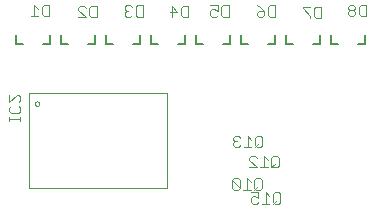
<source format=gbr>
G75*
G70*
%OFA0B0*%
%FSLAX24Y24*%
%IPPOS*%
%LPD*%
%AMOC8*
5,1,8,0,0,1.08239X$1,22.5*
%
%ADD10C,0.0060*%
%ADD11C,0.0030*%
%ADD12C,0.0030*%
D10*
X005626Y013557D02*
X005846Y013557D01*
X005626Y013557D02*
X005626Y013877D01*
X006526Y013557D02*
X006746Y013557D01*
X006746Y013877D01*
X007126Y013877D02*
X007126Y013557D01*
X007346Y013557D01*
X008026Y013557D02*
X008246Y013557D01*
X008246Y013877D01*
X008626Y013877D02*
X008626Y013557D01*
X008846Y013557D01*
X009526Y013557D02*
X009746Y013557D01*
X009746Y013877D01*
X010126Y013877D02*
X010126Y013557D01*
X010346Y013557D01*
X011026Y013557D02*
X011246Y013557D01*
X011246Y013877D01*
X011626Y013877D02*
X011626Y013557D01*
X011846Y013557D01*
X012526Y013557D02*
X012746Y013557D01*
X012746Y013877D01*
X013126Y013877D02*
X013126Y013557D01*
X013346Y013557D01*
X014026Y013557D02*
X014246Y013557D01*
X014246Y013877D01*
X014626Y013877D02*
X014626Y013557D01*
X014846Y013557D01*
X015526Y013557D02*
X015746Y013557D01*
X015746Y013877D01*
X016126Y013877D02*
X016126Y013557D01*
X016346Y013557D01*
X017026Y013557D02*
X017246Y013557D01*
X017246Y013877D01*
D11*
X017299Y014493D02*
X017114Y014493D01*
X017052Y014555D01*
X017052Y014801D01*
X017114Y014863D01*
X017299Y014863D01*
X017299Y014493D01*
X016931Y014555D02*
X016931Y014616D01*
X016869Y014678D01*
X016745Y014678D01*
X016684Y014616D01*
X016684Y014555D01*
X016745Y014493D01*
X016869Y014493D01*
X016931Y014555D01*
X016869Y014678D02*
X016931Y014740D01*
X016931Y014801D01*
X016869Y014863D01*
X016745Y014863D01*
X016684Y014801D01*
X016684Y014740D01*
X016745Y014678D01*
X015799Y014808D02*
X015799Y014438D01*
X015614Y014438D01*
X015552Y014499D01*
X015552Y014746D01*
X015614Y014808D01*
X015799Y014808D01*
X015431Y014808D02*
X015184Y014808D01*
X015184Y014746D01*
X015431Y014499D01*
X015431Y014438D01*
X014267Y014473D02*
X014082Y014473D01*
X014021Y014535D01*
X014021Y014782D01*
X014082Y014844D01*
X014267Y014844D01*
X014267Y014473D01*
X013899Y014535D02*
X013837Y014473D01*
X013714Y014473D01*
X013652Y014535D01*
X013652Y014597D01*
X013714Y014658D01*
X013899Y014658D01*
X013899Y014535D01*
X013899Y014658D02*
X013776Y014782D01*
X013652Y014844D01*
X012712Y014847D02*
X012712Y014477D01*
X012527Y014477D01*
X012465Y014539D01*
X012465Y014786D01*
X012527Y014847D01*
X012712Y014847D01*
X012344Y014847D02*
X012344Y014662D01*
X012221Y014724D01*
X012159Y014724D01*
X012097Y014662D01*
X012097Y014539D01*
X012159Y014477D01*
X012282Y014477D01*
X012344Y014539D01*
X012344Y014847D02*
X012097Y014847D01*
X011374Y014828D02*
X011374Y014457D01*
X011189Y014457D01*
X011127Y014519D01*
X011127Y014766D01*
X011189Y014828D01*
X011374Y014828D01*
X011005Y014643D02*
X010759Y014643D01*
X010820Y014828D02*
X011005Y014643D01*
X010820Y014828D02*
X010820Y014457D01*
X009858Y014473D02*
X009673Y014473D01*
X009611Y014535D01*
X009611Y014782D01*
X009673Y014844D01*
X009858Y014844D01*
X009858Y014473D01*
X009490Y014535D02*
X009428Y014473D01*
X009304Y014473D01*
X009243Y014535D01*
X009243Y014597D01*
X009304Y014658D01*
X009366Y014658D01*
X009304Y014658D02*
X009243Y014720D01*
X009243Y014782D01*
X009304Y014844D01*
X009428Y014844D01*
X009490Y014782D01*
X008322Y014828D02*
X008322Y014457D01*
X008137Y014457D01*
X008076Y014519D01*
X008076Y014766D01*
X008137Y014828D01*
X008322Y014828D01*
X007954Y014766D02*
X007892Y014828D01*
X007769Y014828D01*
X007707Y014766D01*
X007707Y014704D01*
X007954Y014457D01*
X007707Y014457D01*
X006732Y014489D02*
X006547Y014489D01*
X006485Y014551D01*
X006485Y014798D01*
X006547Y014859D01*
X006732Y014859D01*
X006732Y014489D01*
X006364Y014489D02*
X006117Y014489D01*
X006240Y014489D02*
X006240Y014859D01*
X006364Y014736D01*
X005715Y011871D02*
X005653Y011871D01*
X005406Y011624D01*
X005406Y011871D01*
X005715Y011871D02*
X005776Y011809D01*
X005776Y011685D01*
X005715Y011624D01*
X005715Y011502D02*
X005776Y011441D01*
X005776Y011317D01*
X005715Y011255D01*
X005468Y011255D01*
X005406Y011317D01*
X005406Y011441D01*
X005468Y011502D01*
X005406Y011133D02*
X005406Y011010D01*
X005406Y011072D02*
X005776Y011072D01*
X005776Y011133D02*
X005776Y011010D01*
X012858Y010434D02*
X012858Y010372D01*
X012919Y010311D01*
X012858Y010249D01*
X012858Y010187D01*
X012919Y010125D01*
X013043Y010125D01*
X013105Y010187D01*
X013226Y010125D02*
X013473Y010125D01*
X013594Y010125D02*
X013718Y010249D01*
X013841Y010187D02*
X013780Y010125D01*
X013656Y010125D01*
X013594Y010187D01*
X013594Y010434D01*
X013656Y010496D01*
X013780Y010496D01*
X013841Y010434D01*
X013841Y010187D01*
X013890Y009817D02*
X013890Y009447D01*
X013767Y009447D02*
X014014Y009447D01*
X014135Y009447D02*
X014259Y009570D01*
X014320Y009447D02*
X014382Y009508D01*
X014382Y009755D01*
X014320Y009817D01*
X014197Y009817D01*
X014135Y009755D01*
X014135Y009508D01*
X014197Y009447D01*
X014320Y009447D01*
X014014Y009694D02*
X013890Y009817D01*
X013645Y009755D02*
X013584Y009817D01*
X013460Y009817D01*
X013399Y009755D01*
X013399Y009694D01*
X013645Y009447D01*
X013399Y009447D01*
X013326Y009078D02*
X013326Y008708D01*
X013449Y008708D02*
X013202Y008708D01*
X013081Y008770D02*
X012834Y009017D01*
X012834Y008770D01*
X012896Y008708D01*
X013019Y008708D01*
X013081Y008770D01*
X013081Y009017D01*
X013019Y009078D01*
X012896Y009078D01*
X012834Y009017D01*
X013326Y009078D02*
X013449Y008955D01*
X013571Y009017D02*
X013571Y008770D01*
X013632Y008708D01*
X013756Y008708D01*
X013818Y008770D01*
X013818Y009017D01*
X013756Y009078D01*
X013632Y009078D01*
X013571Y009017D01*
X013694Y008831D02*
X013571Y008708D01*
X013458Y008612D02*
X013704Y008612D01*
X013704Y008427D01*
X013581Y008489D01*
X013519Y008489D01*
X013458Y008427D01*
X013458Y008304D01*
X013519Y008242D01*
X013643Y008242D01*
X013704Y008304D01*
X013826Y008242D02*
X014073Y008242D01*
X014194Y008242D02*
X014318Y008365D01*
X014379Y008242D02*
X014441Y008304D01*
X014441Y008551D01*
X014379Y008612D01*
X014256Y008612D01*
X014194Y008551D01*
X014194Y008304D01*
X014256Y008242D01*
X014379Y008242D01*
X014073Y008489D02*
X013949Y008612D01*
X013949Y008242D01*
X013350Y010125D02*
X013350Y010496D01*
X013473Y010372D01*
X013105Y010434D02*
X013043Y010496D01*
X012919Y010496D01*
X012858Y010434D01*
X012919Y010311D02*
X012981Y010311D01*
D12*
X010669Y008753D02*
X006067Y008753D01*
X006067Y011914D01*
X010669Y011914D01*
X010669Y008753D01*
X006255Y011571D02*
X006257Y011588D01*
X006263Y011605D01*
X006273Y011619D01*
X006285Y011631D01*
X006300Y011640D01*
X006317Y011645D01*
X006334Y011646D01*
X006352Y011643D01*
X006367Y011636D01*
X006381Y011626D01*
X006393Y011612D01*
X006400Y011597D01*
X006404Y011580D01*
X006404Y011562D01*
X006400Y011545D01*
X006393Y011530D01*
X006381Y011516D01*
X006368Y011506D01*
X006352Y011499D01*
X006334Y011496D01*
X006317Y011497D01*
X006300Y011502D01*
X006285Y011511D01*
X006273Y011523D01*
X006263Y011537D01*
X006257Y011554D01*
X006255Y011571D01*
M02*

</source>
